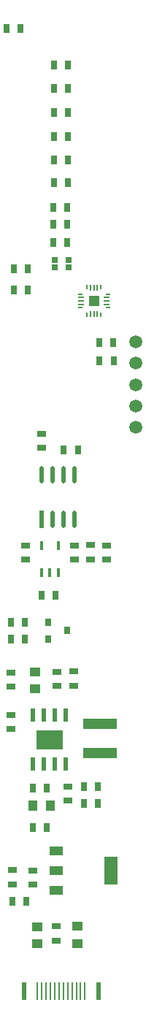
<source format=gtp>
%FSLAX25Y25*%
%MOIN*%
G70*
G01*
G75*
G04 Layer_Color=8421504*
%ADD10R,0.03150X0.03937*%
%ADD11R,0.03937X0.03150*%
%ADD12R,0.04724X0.03937*%
%ADD13R,0.01575X0.03937*%
%ADD14R,0.03150X0.03543*%
%ADD15R,0.03150X0.03543*%
%ADD16R,0.02400X0.05906*%
%ADD17R,0.12402X0.08898*%
%ADD18R,0.03937X0.04724*%
%ADD19C,0.05906*%
%ADD20R,0.15748X0.05118*%
%ADD21R,0.03150X0.02559*%
%ADD22R,0.00787X0.02362*%
%ADD23R,0.00787X0.03150*%
%ADD24R,0.02362X0.00787*%
%ADD25R,0.03150X0.00787*%
%ADD26R,0.05118X0.05118*%
%ADD27O,0.01969X0.07874*%
%ADD28R,0.01969X0.07874*%
%ADD29R,0.05906X0.03937*%
%ADD30R,0.05906X0.12992*%
%ADD31R,0.01063X0.07874*%
%ADD32R,0.02362X0.07874*%
%ADD33C,0.01575*%
%ADD34C,0.01000*%
%ADD35C,0.03937*%
%ADD36C,0.00787*%
%ADD37C,0.01181*%
%ADD38R,0.05906X0.05906*%
%ADD39R,0.05906X0.05906*%
%ADD40C,0.01969*%
%ADD41C,0.03150*%
%ADD42C,0.02756*%
%ADD43C,0.00197*%
%ADD44C,0.00500*%
%ADD45C,0.00984*%
%ADD46C,0.00600*%
%ADD47C,0.00709*%
%ADD48C,0.00591*%
%ADD49C,0.00492*%
D10*
X44140Y-129600D02*
D03*
X37840D02*
D03*
X38708Y-290718D02*
D03*
X32409D02*
D03*
X18551Y-310682D02*
D03*
X24850D02*
D03*
X18551Y-303142D02*
D03*
X24850D02*
D03*
X34750Y-396730D02*
D03*
X28450D02*
D03*
X28524Y-378796D02*
D03*
X34823D02*
D03*
X51741Y-378035D02*
D03*
X58040D02*
D03*
X49207Y-224342D02*
D03*
X42513D02*
D03*
X38186Y-48700D02*
D03*
X44485D02*
D03*
X38200Y-59490D02*
D03*
X44500D02*
D03*
X38050Y-70378D02*
D03*
X44350D02*
D03*
X38030Y-81320D02*
D03*
X44330D02*
D03*
X38045Y-92143D02*
D03*
X44345D02*
D03*
X38070Y-102430D02*
D03*
X44370D02*
D03*
X37951Y-113702D02*
D03*
X44250D02*
D03*
X37980Y-121420D02*
D03*
X44280D02*
D03*
X19840Y-141770D02*
D03*
X26140D02*
D03*
X19980Y-151560D02*
D03*
X26280D02*
D03*
X58860Y-175410D02*
D03*
X65160D02*
D03*
X58953Y-183730D02*
D03*
X65646D02*
D03*
X51811Y-385815D02*
D03*
X58110D02*
D03*
X19250Y-430500D02*
D03*
X25550D02*
D03*
X22950Y-31950D02*
D03*
X16650D02*
D03*
D11*
X32600Y-217000D02*
D03*
Y-223300D02*
D03*
X39303Y-441861D02*
D03*
Y-448554D02*
D03*
X54980Y-274396D02*
D03*
Y-267704D02*
D03*
X47500Y-274300D02*
D03*
Y-268000D02*
D03*
X25130Y-274410D02*
D03*
Y-268110D02*
D03*
X47251Y-332048D02*
D03*
Y-325355D02*
D03*
X39391Y-331921D02*
D03*
Y-325621D02*
D03*
X18571Y-332340D02*
D03*
Y-326040D02*
D03*
X18561Y-351660D02*
D03*
Y-345360D02*
D03*
X44418Y-384328D02*
D03*
Y-378028D02*
D03*
X62300Y-268050D02*
D03*
Y-274350D02*
D03*
X19260Y-422636D02*
D03*
Y-415943D02*
D03*
X28470Y-416330D02*
D03*
Y-422629D02*
D03*
D12*
X48976Y-441871D02*
D03*
Y-449745D02*
D03*
X30333Y-441949D02*
D03*
Y-449823D02*
D03*
X29521Y-333508D02*
D03*
Y-325634D02*
D03*
D13*
X32540Y-268173D02*
D03*
X40020D02*
D03*
X36280Y-280378D02*
D03*
X40020D02*
D03*
X32540D02*
D03*
D14*
X35510Y-303148D02*
D03*
X44172Y-306888D02*
D03*
D15*
X35510Y-310628D02*
D03*
D16*
X43535Y-367857D02*
D03*
X38535D02*
D03*
X33535D02*
D03*
X28535D02*
D03*
Y-345357D02*
D03*
X33535D02*
D03*
X38535D02*
D03*
X43535D02*
D03*
D17*
X36035Y-356607D02*
D03*
D18*
X36421Y-386906D02*
D03*
X28547D02*
D03*
D19*
X75646Y-184854D02*
D03*
Y-175122D02*
D03*
Y-214052D02*
D03*
Y-194587D02*
D03*
Y-204319D02*
D03*
D20*
X59263Y-349486D02*
D03*
Y-362871D02*
D03*
D21*
X38560Y-141080D02*
D03*
X44859D02*
D03*
X38560Y-137733D02*
D03*
X44859D02*
D03*
D22*
X53230Y-162699D02*
D03*
X59530D02*
D03*
Y-150101D02*
D03*
X53230D02*
D03*
D23*
X54805Y-162305D02*
D03*
X56380D02*
D03*
X57955D02*
D03*
Y-150495D02*
D03*
X56380D02*
D03*
X54805D02*
D03*
D24*
X62679Y-159550D02*
D03*
Y-153250D02*
D03*
X50081D02*
D03*
Y-159550D02*
D03*
D25*
X62286Y-157975D02*
D03*
Y-156400D02*
D03*
Y-154825D02*
D03*
X50475D02*
D03*
Y-156400D02*
D03*
Y-157975D02*
D03*
D26*
X56380Y-156400D02*
D03*
D27*
X37538Y-256096D02*
D03*
X42538D02*
D03*
X47538D02*
D03*
X32538Y-235624D02*
D03*
X37538D02*
D03*
X42538D02*
D03*
X47538D02*
D03*
D28*
X32538Y-256096D02*
D03*
D29*
X39268Y-407285D02*
D03*
Y-416340D02*
D03*
Y-425395D02*
D03*
D30*
X64072Y-416340D02*
D03*
D31*
X42414Y-471340D02*
D03*
X30603D02*
D03*
X32572D02*
D03*
X34540D02*
D03*
X36509D02*
D03*
X38477D02*
D03*
X40446D02*
D03*
X44383D02*
D03*
X46351D02*
D03*
X48320D02*
D03*
X50288D02*
D03*
X52257D02*
D03*
D32*
X24422D02*
D03*
X58438D02*
D03*
M02*

</source>
